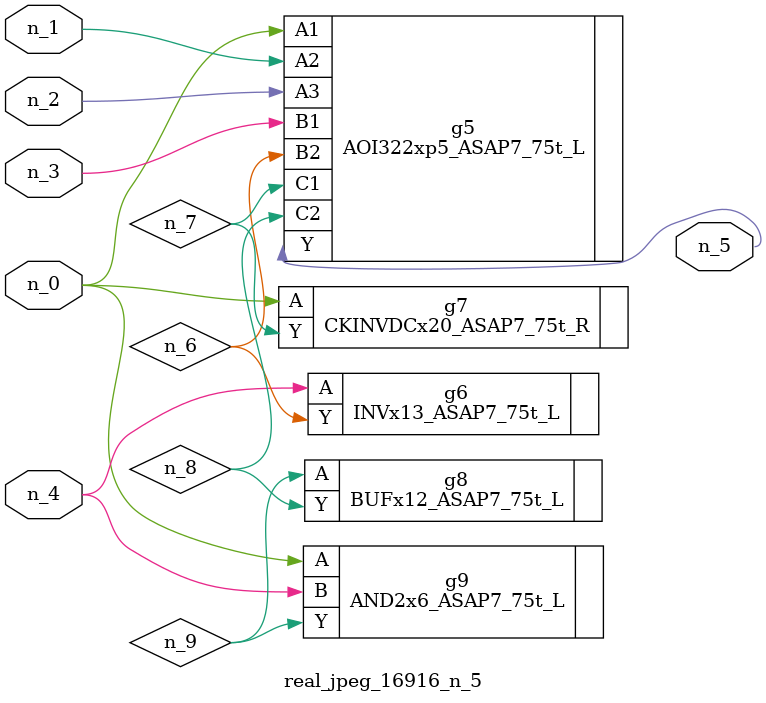
<source format=v>
module real_jpeg_16916_n_5 (n_4, n_0, n_1, n_2, n_3, n_5);

input n_4;
input n_0;
input n_1;
input n_2;
input n_3;

output n_5;

wire n_8;
wire n_6;
wire n_7;
wire n_9;

AOI322xp5_ASAP7_75t_L g5 ( 
.A1(n_0),
.A2(n_1),
.A3(n_2),
.B1(n_3),
.B2(n_6),
.C1(n_7),
.C2(n_8),
.Y(n_5)
);

CKINVDCx20_ASAP7_75t_R g7 ( 
.A(n_0),
.Y(n_7)
);

AND2x6_ASAP7_75t_L g9 ( 
.A(n_0),
.B(n_4),
.Y(n_9)
);

INVx13_ASAP7_75t_L g6 ( 
.A(n_4),
.Y(n_6)
);

BUFx12_ASAP7_75t_L g8 ( 
.A(n_9),
.Y(n_8)
);


endmodule
</source>
